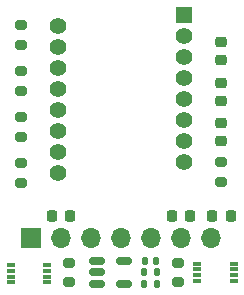
<source format=gbr>
%TF.GenerationSoftware,KiCad,Pcbnew,(6.0.4-0)*%
%TF.CreationDate,2022-11-26T17:45:56+09:00*%
%TF.ProjectId,KeyBall,4b657942-616c-46c2-9e6b-696361645f70,rev?*%
%TF.SameCoordinates,Original*%
%TF.FileFunction,Soldermask,Top*%
%TF.FilePolarity,Negative*%
%FSLAX46Y46*%
G04 Gerber Fmt 4.6, Leading zero omitted, Abs format (unit mm)*
G04 Created by KiCad (PCBNEW (6.0.4-0)) date 2022-11-26 17:45:56*
%MOMM*%
%LPD*%
G01*
G04 APERTURE LIST*
G04 Aperture macros list*
%AMRoundRect*
0 Rectangle with rounded corners*
0 $1 Rounding radius*
0 $2 $3 $4 $5 $6 $7 $8 $9 X,Y pos of 4 corners*
0 Add a 4 corners polygon primitive as box body*
4,1,4,$2,$3,$4,$5,$6,$7,$8,$9,$2,$3,0*
0 Add four circle primitives for the rounded corners*
1,1,$1+$1,$2,$3*
1,1,$1+$1,$4,$5*
1,1,$1+$1,$6,$7*
1,1,$1+$1,$8,$9*
0 Add four rect primitives between the rounded corners*
20,1,$1+$1,$2,$3,$4,$5,0*
20,1,$1+$1,$4,$5,$6,$7,0*
20,1,$1+$1,$6,$7,$8,$9,0*
20,1,$1+$1,$8,$9,$2,$3,0*%
G04 Aperture macros list end*
%ADD10RoundRect,0.225000X-0.250000X0.225000X-0.250000X-0.225000X0.250000X-0.225000X0.250000X0.225000X0*%
%ADD11R,0.800000X0.300000*%
%ADD12RoundRect,0.135000X-0.135000X-0.185000X0.135000X-0.185000X0.135000X0.185000X-0.135000X0.185000X0*%
%ADD13RoundRect,0.200000X0.275000X-0.200000X0.275000X0.200000X-0.275000X0.200000X-0.275000X-0.200000X0*%
%ADD14RoundRect,0.225000X0.250000X-0.225000X0.250000X0.225000X-0.250000X0.225000X-0.250000X-0.225000X0*%
%ADD15RoundRect,0.225000X-0.225000X-0.250000X0.225000X-0.250000X0.225000X0.250000X-0.225000X0.250000X0*%
%ADD16RoundRect,0.200000X-0.275000X0.200000X-0.275000X-0.200000X0.275000X-0.200000X0.275000X0.200000X0*%
%ADD17RoundRect,0.225000X0.225000X0.250000X-0.225000X0.250000X-0.225000X-0.250000X0.225000X-0.250000X0*%
%ADD18R,1.700000X1.700000*%
%ADD19O,1.700000X1.700000*%
%ADD20RoundRect,0.150000X-0.512500X-0.150000X0.512500X-0.150000X0.512500X0.150000X-0.512500X0.150000X0*%
%ADD21RoundRect,0.140000X0.140000X0.170000X-0.140000X0.170000X-0.140000X-0.170000X0.140000X-0.170000X0*%
%ADD22RoundRect,0.135000X0.135000X0.185000X-0.135000X0.185000X-0.135000X-0.185000X0.135000X-0.185000X0*%
%ADD23R,1.400000X1.400000*%
%ADD24C,1.400000*%
G04 APERTURE END LIST*
D10*
%TO.C,C6*%
X165900000Y-97225000D03*
X165900000Y-98775000D03*
%TD*%
D11*
%TO.C,U2*%
X148050000Y-109250000D03*
X148050000Y-109750000D03*
X148050000Y-110250000D03*
X148050000Y-110750000D03*
X151150000Y-110750000D03*
X151150000Y-110250000D03*
X151150000Y-109750000D03*
X151150000Y-109250000D03*
%TD*%
D12*
%TO.C,R2*%
X159390000Y-110900000D03*
X160410000Y-110900000D03*
%TD*%
D13*
%TO.C,R8*%
X148900000Y-98425000D03*
X148900000Y-96775000D03*
%TD*%
D14*
%TO.C,C5*%
X165900000Y-91950000D03*
X165900000Y-90400000D03*
%TD*%
D15*
%TO.C,C2*%
X161725000Y-105100000D03*
X163275000Y-105100000D03*
%TD*%
D16*
%TO.C,R9*%
X148900000Y-92875000D03*
X148900000Y-94525000D03*
%TD*%
D17*
%TO.C,C1*%
X153075000Y-105100000D03*
X151525000Y-105100000D03*
%TD*%
D11*
%TO.C,U3*%
X166950000Y-110650000D03*
X166950000Y-110150000D03*
X166950000Y-109650000D03*
X166950000Y-109150000D03*
X163850000Y-109150000D03*
X163850000Y-109650000D03*
X163850000Y-110150000D03*
X163850000Y-110650000D03*
%TD*%
D13*
%TO.C,R7*%
X148900000Y-90625000D03*
X148900000Y-88975000D03*
%TD*%
%TO.C,R10*%
X148900000Y-102325000D03*
X148900000Y-100675000D03*
%TD*%
D10*
%TO.C,C7*%
X165900000Y-93825000D03*
X165900000Y-95375000D03*
%TD*%
D16*
%TO.C,R11*%
X165900000Y-100575000D03*
X165900000Y-102225000D03*
%TD*%
D18*
%TO.C,J1*%
X149800000Y-107000000D03*
D19*
X152340000Y-107000000D03*
X154880000Y-107000000D03*
X157420000Y-107000000D03*
X159960000Y-107000000D03*
X162500000Y-107000000D03*
X165040000Y-107000000D03*
%TD*%
D20*
%TO.C,U1*%
X155362500Y-108950000D03*
X155362500Y-109900000D03*
X155362500Y-110850000D03*
X157637500Y-110850000D03*
X157637500Y-108950000D03*
%TD*%
D16*
%TO.C,R4*%
X153000000Y-109075000D03*
X153000000Y-110725000D03*
%TD*%
D21*
%TO.C,C3*%
X160380000Y-108900000D03*
X159420000Y-108900000D03*
%TD*%
D17*
%TO.C,C4*%
X166675000Y-105100000D03*
X165125000Y-105100000D03*
%TD*%
D16*
%TO.C,R6*%
X162200000Y-109075000D03*
X162200000Y-110725000D03*
%TD*%
D22*
%TO.C,R1*%
X160410000Y-109900000D03*
X159390000Y-109900000D03*
%TD*%
D23*
%TO.C,U4*%
X162750000Y-88110000D03*
D24*
X162750000Y-89890000D03*
X162750000Y-91670000D03*
X162750000Y-93450000D03*
X162750000Y-95230000D03*
X162750000Y-97010000D03*
X162750000Y-98790000D03*
X162750000Y-100570000D03*
X152050000Y-101460000D03*
X152050000Y-99680000D03*
X152050000Y-97900000D03*
X152050000Y-96120000D03*
X152050000Y-94340000D03*
X152050000Y-92560000D03*
X152050000Y-90780000D03*
X152050000Y-89000000D03*
%TD*%
M02*

</source>
